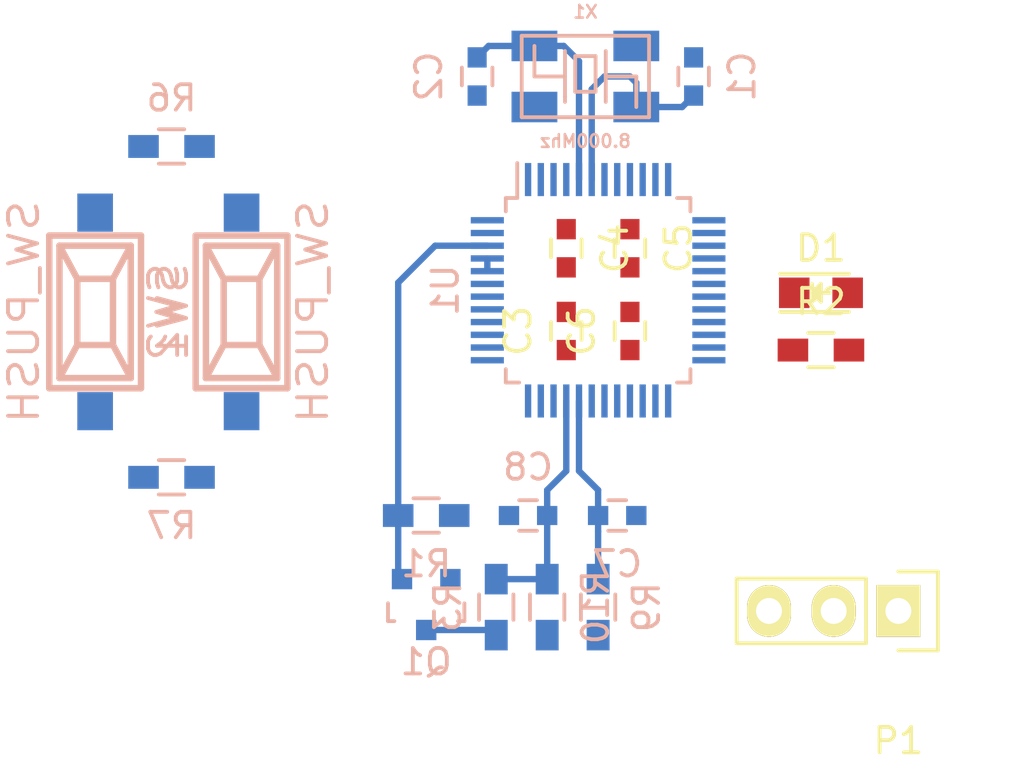
<source format=kicad_pcb>
(kicad_pcb (version 4) (host pcbnew 4.0.4-stable)

  (general
    (links 50)
    (no_connects 49)
    (area 129.12462 67.861982 169.573334 98.425)
    (thickness 1.6)
    (drawings 0)
    (tracks 30)
    (zones 0)
    (modules 22)
    (nets 15)
  )

  (page A4)
  (layers
    (0 F.Cu signal)
    (31 B.Cu signal)
    (32 B.Adhes user)
    (33 F.Adhes user)
    (34 B.Paste user)
    (35 F.Paste user)
    (36 B.SilkS user)
    (37 F.SilkS user)
    (38 B.Mask user)
    (39 F.Mask user)
    (40 Dwgs.User user)
    (41 Cmts.User user)
    (42 Eco1.User user)
    (43 Eco2.User user)
    (44 Edge.Cuts user)
    (45 Margin user)
    (46 B.CrtYd user)
    (47 F.CrtYd user)
    (48 B.Fab user)
    (49 F.Fab user)
  )

  (setup
    (last_trace_width 0.25)
    (trace_clearance 0.2)
    (zone_clearance 0.508)
    (zone_45_only no)
    (trace_min 0.2)
    (segment_width 0.2)
    (edge_width 0.15)
    (via_size 0.6)
    (via_drill 0.4)
    (via_min_size 0.4)
    (via_min_drill 0.3)
    (uvia_size 0.3)
    (uvia_drill 0.1)
    (uvias_allowed no)
    (uvia_min_size 0.2)
    (uvia_min_drill 0.1)
    (pcb_text_width 0.3)
    (pcb_text_size 1.5 1.5)
    (mod_edge_width 0.15)
    (mod_text_size 1 1)
    (mod_text_width 0.15)
    (pad_size 1.524 1.524)
    (pad_drill 0.762)
    (pad_to_mask_clearance 0.2)
    (aux_axis_origin 0 0)
    (visible_elements 7FFFFFFF)
    (pcbplotparams
      (layerselection 0x00030_80000001)
      (usegerberextensions false)
      (excludeedgelayer true)
      (linewidth 0.100000)
      (plotframeref false)
      (viasonmask false)
      (mode 1)
      (useauxorigin false)
      (hpglpennumber 1)
      (hpglpenspeed 20)
      (hpglpendiameter 15)
      (hpglpenoverlay 2)
      (psnegative false)
      (psa4output false)
      (plotreference true)
      (plotvalue true)
      (plotinvisibletext false)
      (padsonsilk false)
      (subtractmaskfromsilk false)
      (outputformat 1)
      (mirror false)
      (drillshape 1)
      (scaleselection 1)
      (outputdirectory ""))
  )

  (net 0 "")
  (net 1 /Maple_mini/OSC_OUT)
  (net 2 GND)
  (net 3 /Maple_mini/OSC_IN)
  (net 4 /Maple_mini/3V3)
  (net 5 "Net-(D1-Pad2)")
  (net 6 "Net-(D1-Pad1)")
  (net 7 /Maple_mini/TX1)
  (net 8 /Maple_mini/RX1)
  (net 9 "Net-(Q1-Pad3)")
  (net 10 /Maple_mini/DISC)
  (net 11 /Maple_mini/BOOT0)
  (net 12 "Net-(R7-Pad2)")
  (net 13 /Maple_mini/USBDP)
  (net 14 /Maple_mini/USBDM)

  (net_class Default "This is the default net class."
    (clearance 0.2)
    (trace_width 0.25)
    (via_dia 0.6)
    (via_drill 0.4)
    (uvia_dia 0.3)
    (uvia_drill 0.1)
    (add_net /Maple_mini/3V3)
    (add_net /Maple_mini/BOOT0)
    (add_net /Maple_mini/DISC)
    (add_net /Maple_mini/OSC_IN)
    (add_net /Maple_mini/OSC_OUT)
    (add_net /Maple_mini/RX1)
    (add_net /Maple_mini/TX1)
    (add_net /Maple_mini/USBDM)
    (add_net /Maple_mini/USBDP)
    (add_net GND)
    (add_net "Net-(D1-Pad1)")
    (add_net "Net-(D1-Pad2)")
    (add_net "Net-(Q1-Pad3)")
    (add_net "Net-(R7-Pad2)")
  )

  (module Capacitors_SMD:C_0603 (layer B.Cu) (tedit 5415D631) (tstamp 57F89F60)
    (at 156.5 71.25 90)
    (descr "Capacitor SMD 0603, reflow soldering, AVX (see smccp.pdf)")
    (tags "capacitor 0603")
    (path /57F84F92/57F85B9C)
    (attr smd)
    (fp_text reference C1 (at 0 1.9 90) (layer B.SilkS)
      (effects (font (size 1 1) (thickness 0.15)) (justify mirror))
    )
    (fp_text value 33pF (at 0 -1.9 90) (layer B.Fab)
      (effects (font (size 1 1) (thickness 0.15)) (justify mirror))
    )
    (fp_line (start -0.8 -0.4) (end -0.8 0.4) (layer B.Fab) (width 0.15))
    (fp_line (start 0.8 -0.4) (end -0.8 -0.4) (layer B.Fab) (width 0.15))
    (fp_line (start 0.8 0.4) (end 0.8 -0.4) (layer B.Fab) (width 0.15))
    (fp_line (start -0.8 0.4) (end 0.8 0.4) (layer B.Fab) (width 0.15))
    (fp_line (start -1.45 0.75) (end 1.45 0.75) (layer B.CrtYd) (width 0.05))
    (fp_line (start -1.45 -0.75) (end 1.45 -0.75) (layer B.CrtYd) (width 0.05))
    (fp_line (start -1.45 0.75) (end -1.45 -0.75) (layer B.CrtYd) (width 0.05))
    (fp_line (start 1.45 0.75) (end 1.45 -0.75) (layer B.CrtYd) (width 0.05))
    (fp_line (start -0.35 0.6) (end 0.35 0.6) (layer B.SilkS) (width 0.15))
    (fp_line (start 0.35 -0.6) (end -0.35 -0.6) (layer B.SilkS) (width 0.15))
    (pad 1 smd rect (at -0.75 0 90) (size 0.8 0.75) (layers B.Cu B.Paste B.Mask)
      (net 1 /Maple_mini/OSC_OUT))
    (pad 2 smd rect (at 0.75 0 90) (size 0.8 0.75) (layers B.Cu B.Paste B.Mask)
      (net 2 GND))
    (model Capacitors_SMD.3dshapes/C_0603.wrl
      (at (xyz 0 0 0))
      (scale (xyz 1 1 1))
      (rotate (xyz 0 0 0))
    )
  )

  (module Capacitors_SMD:C_0603 (layer B.Cu) (tedit 5415D631) (tstamp 57F89F66)
    (at 148 71.25 270)
    (descr "Capacitor SMD 0603, reflow soldering, AVX (see smccp.pdf)")
    (tags "capacitor 0603")
    (path /57F84F92/57F85C80)
    (attr smd)
    (fp_text reference C2 (at 0 1.9 270) (layer B.SilkS)
      (effects (font (size 1 1) (thickness 0.15)) (justify mirror))
    )
    (fp_text value 33pF (at 0 -1.9 270) (layer B.Fab)
      (effects (font (size 1 1) (thickness 0.15)) (justify mirror))
    )
    (fp_line (start -0.8 -0.4) (end -0.8 0.4) (layer B.Fab) (width 0.15))
    (fp_line (start 0.8 -0.4) (end -0.8 -0.4) (layer B.Fab) (width 0.15))
    (fp_line (start 0.8 0.4) (end 0.8 -0.4) (layer B.Fab) (width 0.15))
    (fp_line (start -0.8 0.4) (end 0.8 0.4) (layer B.Fab) (width 0.15))
    (fp_line (start -1.45 0.75) (end 1.45 0.75) (layer B.CrtYd) (width 0.05))
    (fp_line (start -1.45 -0.75) (end 1.45 -0.75) (layer B.CrtYd) (width 0.05))
    (fp_line (start -1.45 0.75) (end -1.45 -0.75) (layer B.CrtYd) (width 0.05))
    (fp_line (start 1.45 0.75) (end 1.45 -0.75) (layer B.CrtYd) (width 0.05))
    (fp_line (start -0.35 0.6) (end 0.35 0.6) (layer B.SilkS) (width 0.15))
    (fp_line (start 0.35 -0.6) (end -0.35 -0.6) (layer B.SilkS) (width 0.15))
    (pad 1 smd rect (at -0.75 0 270) (size 0.8 0.75) (layers B.Cu B.Paste B.Mask)
      (net 3 /Maple_mini/OSC_IN))
    (pad 2 smd rect (at 0.75 0 270) (size 0.8 0.75) (layers B.Cu B.Paste B.Mask)
      (net 2 GND))
    (model Capacitors_SMD.3dshapes/C_0603.wrl
      (at (xyz 0 0 0))
      (scale (xyz 1 1 1))
      (rotate (xyz 0 0 0))
    )
  )

  (module Capacitors_SMD:C_0603 (layer F.Cu) (tedit 5415D631) (tstamp 57F89F6C)
    (at 151.5 81.25 90)
    (descr "Capacitor SMD 0603, reflow soldering, AVX (see smccp.pdf)")
    (tags "capacitor 0603")
    (path /57F84F92/57F850C4)
    (attr smd)
    (fp_text reference C3 (at 0 -1.9 90) (layer F.SilkS)
      (effects (font (size 1 1) (thickness 0.15)))
    )
    (fp_text value 1uF (at 0 1.9 90) (layer F.Fab)
      (effects (font (size 1 1) (thickness 0.15)))
    )
    (fp_line (start -0.8 0.4) (end -0.8 -0.4) (layer F.Fab) (width 0.15))
    (fp_line (start 0.8 0.4) (end -0.8 0.4) (layer F.Fab) (width 0.15))
    (fp_line (start 0.8 -0.4) (end 0.8 0.4) (layer F.Fab) (width 0.15))
    (fp_line (start -0.8 -0.4) (end 0.8 -0.4) (layer F.Fab) (width 0.15))
    (fp_line (start -1.45 -0.75) (end 1.45 -0.75) (layer F.CrtYd) (width 0.05))
    (fp_line (start -1.45 0.75) (end 1.45 0.75) (layer F.CrtYd) (width 0.05))
    (fp_line (start -1.45 -0.75) (end -1.45 0.75) (layer F.CrtYd) (width 0.05))
    (fp_line (start 1.45 -0.75) (end 1.45 0.75) (layer F.CrtYd) (width 0.05))
    (fp_line (start -0.35 -0.6) (end 0.35 -0.6) (layer F.SilkS) (width 0.15))
    (fp_line (start 0.35 0.6) (end -0.35 0.6) (layer F.SilkS) (width 0.15))
    (pad 1 smd rect (at -0.75 0 90) (size 0.8 0.75) (layers F.Cu F.Paste F.Mask)
      (net 4 /Maple_mini/3V3))
    (pad 2 smd rect (at 0.75 0 90) (size 0.8 0.75) (layers F.Cu F.Paste F.Mask)
      (net 2 GND))
    (model Capacitors_SMD.3dshapes/C_0603.wrl
      (at (xyz 0 0 0))
      (scale (xyz 1 1 1))
      (rotate (xyz 0 0 0))
    )
  )

  (module Capacitors_SMD:C_0603 (layer F.Cu) (tedit 5415D631) (tstamp 57F89F72)
    (at 151.5 78 270)
    (descr "Capacitor SMD 0603, reflow soldering, AVX (see smccp.pdf)")
    (tags "capacitor 0603")
    (path /57F84F92/57F8AD4B)
    (attr smd)
    (fp_text reference C4 (at 0 -1.9 270) (layer F.SilkS)
      (effects (font (size 1 1) (thickness 0.15)))
    )
    (fp_text value 1uF (at 0 1.9 270) (layer F.Fab)
      (effects (font (size 1 1) (thickness 0.15)))
    )
    (fp_line (start -0.8 0.4) (end -0.8 -0.4) (layer F.Fab) (width 0.15))
    (fp_line (start 0.8 0.4) (end -0.8 0.4) (layer F.Fab) (width 0.15))
    (fp_line (start 0.8 -0.4) (end 0.8 0.4) (layer F.Fab) (width 0.15))
    (fp_line (start -0.8 -0.4) (end 0.8 -0.4) (layer F.Fab) (width 0.15))
    (fp_line (start -1.45 -0.75) (end 1.45 -0.75) (layer F.CrtYd) (width 0.05))
    (fp_line (start -1.45 0.75) (end 1.45 0.75) (layer F.CrtYd) (width 0.05))
    (fp_line (start -1.45 -0.75) (end -1.45 0.75) (layer F.CrtYd) (width 0.05))
    (fp_line (start 1.45 -0.75) (end 1.45 0.75) (layer F.CrtYd) (width 0.05))
    (fp_line (start -0.35 -0.6) (end 0.35 -0.6) (layer F.SilkS) (width 0.15))
    (fp_line (start 0.35 0.6) (end -0.35 0.6) (layer F.SilkS) (width 0.15))
    (pad 1 smd rect (at -0.75 0 270) (size 0.8 0.75) (layers F.Cu F.Paste F.Mask)
      (net 4 /Maple_mini/3V3))
    (pad 2 smd rect (at 0.75 0 270) (size 0.8 0.75) (layers F.Cu F.Paste F.Mask)
      (net 2 GND))
    (model Capacitors_SMD.3dshapes/C_0603.wrl
      (at (xyz 0 0 0))
      (scale (xyz 1 1 1))
      (rotate (xyz 0 0 0))
    )
  )

  (module Capacitors_SMD:C_0603 (layer F.Cu) (tedit 5415D631) (tstamp 57F89F78)
    (at 154 78 270)
    (descr "Capacitor SMD 0603, reflow soldering, AVX (see smccp.pdf)")
    (tags "capacitor 0603")
    (path /57F84F92/57F8ADAD)
    (attr smd)
    (fp_text reference C5 (at 0 -1.9 270) (layer F.SilkS)
      (effects (font (size 1 1) (thickness 0.15)))
    )
    (fp_text value 1uF (at 0 1.9 270) (layer F.Fab)
      (effects (font (size 1 1) (thickness 0.15)))
    )
    (fp_line (start -0.8 0.4) (end -0.8 -0.4) (layer F.Fab) (width 0.15))
    (fp_line (start 0.8 0.4) (end -0.8 0.4) (layer F.Fab) (width 0.15))
    (fp_line (start 0.8 -0.4) (end 0.8 0.4) (layer F.Fab) (width 0.15))
    (fp_line (start -0.8 -0.4) (end 0.8 -0.4) (layer F.Fab) (width 0.15))
    (fp_line (start -1.45 -0.75) (end 1.45 -0.75) (layer F.CrtYd) (width 0.05))
    (fp_line (start -1.45 0.75) (end 1.45 0.75) (layer F.CrtYd) (width 0.05))
    (fp_line (start -1.45 -0.75) (end -1.45 0.75) (layer F.CrtYd) (width 0.05))
    (fp_line (start 1.45 -0.75) (end 1.45 0.75) (layer F.CrtYd) (width 0.05))
    (fp_line (start -0.35 -0.6) (end 0.35 -0.6) (layer F.SilkS) (width 0.15))
    (fp_line (start 0.35 0.6) (end -0.35 0.6) (layer F.SilkS) (width 0.15))
    (pad 1 smd rect (at -0.75 0 270) (size 0.8 0.75) (layers F.Cu F.Paste F.Mask)
      (net 4 /Maple_mini/3V3))
    (pad 2 smd rect (at 0.75 0 270) (size 0.8 0.75) (layers F.Cu F.Paste F.Mask)
      (net 2 GND))
    (model Capacitors_SMD.3dshapes/C_0603.wrl
      (at (xyz 0 0 0))
      (scale (xyz 1 1 1))
      (rotate (xyz 0 0 0))
    )
  )

  (module Capacitors_SMD:C_0603 (layer F.Cu) (tedit 5415D631) (tstamp 57F89F7E)
    (at 154 81.25 90)
    (descr "Capacitor SMD 0603, reflow soldering, AVX (see smccp.pdf)")
    (tags "capacitor 0603")
    (path /57F84F92/57F8AE16)
    (attr smd)
    (fp_text reference C6 (at 0 -1.9 90) (layer F.SilkS)
      (effects (font (size 1 1) (thickness 0.15)))
    )
    (fp_text value 1uF (at 0 1.9 90) (layer F.Fab)
      (effects (font (size 1 1) (thickness 0.15)))
    )
    (fp_line (start -0.8 0.4) (end -0.8 -0.4) (layer F.Fab) (width 0.15))
    (fp_line (start 0.8 0.4) (end -0.8 0.4) (layer F.Fab) (width 0.15))
    (fp_line (start 0.8 -0.4) (end 0.8 0.4) (layer F.Fab) (width 0.15))
    (fp_line (start -0.8 -0.4) (end 0.8 -0.4) (layer F.Fab) (width 0.15))
    (fp_line (start -1.45 -0.75) (end 1.45 -0.75) (layer F.CrtYd) (width 0.05))
    (fp_line (start -1.45 0.75) (end 1.45 0.75) (layer F.CrtYd) (width 0.05))
    (fp_line (start -1.45 -0.75) (end -1.45 0.75) (layer F.CrtYd) (width 0.05))
    (fp_line (start 1.45 -0.75) (end 1.45 0.75) (layer F.CrtYd) (width 0.05))
    (fp_line (start -0.35 -0.6) (end 0.35 -0.6) (layer F.SilkS) (width 0.15))
    (fp_line (start 0.35 0.6) (end -0.35 0.6) (layer F.SilkS) (width 0.15))
    (pad 1 smd rect (at -0.75 0 90) (size 0.8 0.75) (layers F.Cu F.Paste F.Mask)
      (net 4 /Maple_mini/3V3))
    (pad 2 smd rect (at 0.75 0 90) (size 0.8 0.75) (layers F.Cu F.Paste F.Mask)
      (net 2 GND))
    (model Capacitors_SMD.3dshapes/C_0603.wrl
      (at (xyz 0 0 0))
      (scale (xyz 1 1 1))
      (rotate (xyz 0 0 0))
    )
  )

  (module LEDs:LED_0805 (layer F.Cu) (tedit 55BDE1C2) (tstamp 57F89F84)
    (at 161.5 79.75)
    (descr "LED 0805 smd package")
    (tags "LED 0805 SMD")
    (path /57F84F92/57F89810)
    (attr smd)
    (fp_text reference D1 (at 0 -1.75) (layer F.SilkS)
      (effects (font (size 1 1) (thickness 0.15)))
    )
    (fp_text value LED (at 0 1.75) (layer F.Fab)
      (effects (font (size 1 1) (thickness 0.15)))
    )
    (fp_line (start -0.4 -0.3) (end -0.4 0.3) (layer F.Fab) (width 0.15))
    (fp_line (start -0.3 0) (end 0 -0.3) (layer F.Fab) (width 0.15))
    (fp_line (start 0 0.3) (end -0.3 0) (layer F.Fab) (width 0.15))
    (fp_line (start 0 -0.3) (end 0 0.3) (layer F.Fab) (width 0.15))
    (fp_line (start 1 -0.6) (end -1 -0.6) (layer F.Fab) (width 0.15))
    (fp_line (start 1 0.6) (end 1 -0.6) (layer F.Fab) (width 0.15))
    (fp_line (start -1 0.6) (end 1 0.6) (layer F.Fab) (width 0.15))
    (fp_line (start -1 -0.6) (end -1 0.6) (layer F.Fab) (width 0.15))
    (fp_line (start -1.6 0.75) (end 1.1 0.75) (layer F.SilkS) (width 0.15))
    (fp_line (start -1.6 -0.75) (end 1.1 -0.75) (layer F.SilkS) (width 0.15))
    (fp_line (start -0.1 0.15) (end -0.1 -0.1) (layer F.SilkS) (width 0.15))
    (fp_line (start -0.1 -0.1) (end -0.25 0.05) (layer F.SilkS) (width 0.15))
    (fp_line (start -0.35 -0.35) (end -0.35 0.35) (layer F.SilkS) (width 0.15))
    (fp_line (start 0 0) (end 0.35 0) (layer F.SilkS) (width 0.15))
    (fp_line (start -0.35 0) (end 0 -0.35) (layer F.SilkS) (width 0.15))
    (fp_line (start 0 -0.35) (end 0 0.35) (layer F.SilkS) (width 0.15))
    (fp_line (start 0 0.35) (end -0.35 0) (layer F.SilkS) (width 0.15))
    (fp_line (start 1.9 -0.95) (end 1.9 0.95) (layer F.CrtYd) (width 0.05))
    (fp_line (start 1.9 0.95) (end -1.9 0.95) (layer F.CrtYd) (width 0.05))
    (fp_line (start -1.9 0.95) (end -1.9 -0.95) (layer F.CrtYd) (width 0.05))
    (fp_line (start -1.9 -0.95) (end 1.9 -0.95) (layer F.CrtYd) (width 0.05))
    (pad 2 smd rect (at 1.04902 0 180) (size 1.19888 1.19888) (layers F.Cu F.Paste F.Mask)
      (net 5 "Net-(D1-Pad2)"))
    (pad 1 smd rect (at -1.04902 0 180) (size 1.19888 1.19888) (layers F.Cu F.Paste F.Mask)
      (net 6 "Net-(D1-Pad1)"))
    (model LEDs.3dshapes/LED_0805.wrl
      (at (xyz 0 0 0))
      (scale (xyz 1 1 1))
      (rotate (xyz 0 0 0))
    )
  )

  (module Socket_Strips:Socket_Strip_Straight_1x03 (layer F.Cu) (tedit 54E9F429) (tstamp 57F89F8B)
    (at 164.54 92.25 180)
    (descr "Through hole socket strip")
    (tags "socket strip")
    (path /57F84F92/57F91EB4)
    (fp_text reference P1 (at 0 -5.1 180) (layer F.SilkS)
      (effects (font (size 1 1) (thickness 0.15)))
    )
    (fp_text value CONN_01X03 (at 0 -3.1 180) (layer F.Fab)
      (effects (font (size 1 1) (thickness 0.15)))
    )
    (fp_line (start 0 -1.55) (end -1.55 -1.55) (layer F.SilkS) (width 0.15))
    (fp_line (start -1.55 -1.55) (end -1.55 1.55) (layer F.SilkS) (width 0.15))
    (fp_line (start -1.55 1.55) (end 0 1.55) (layer F.SilkS) (width 0.15))
    (fp_line (start -1.75 -1.75) (end -1.75 1.75) (layer F.CrtYd) (width 0.05))
    (fp_line (start 6.85 -1.75) (end 6.85 1.75) (layer F.CrtYd) (width 0.05))
    (fp_line (start -1.75 -1.75) (end 6.85 -1.75) (layer F.CrtYd) (width 0.05))
    (fp_line (start -1.75 1.75) (end 6.85 1.75) (layer F.CrtYd) (width 0.05))
    (fp_line (start 1.27 -1.27) (end 6.35 -1.27) (layer F.SilkS) (width 0.15))
    (fp_line (start 6.35 -1.27) (end 6.35 1.27) (layer F.SilkS) (width 0.15))
    (fp_line (start 6.35 1.27) (end 1.27 1.27) (layer F.SilkS) (width 0.15))
    (fp_line (start 1.27 1.27) (end 1.27 -1.27) (layer F.SilkS) (width 0.15))
    (pad 1 thru_hole rect (at 0 0 180) (size 1.7272 2.032) (drill 1.016) (layers *.Cu *.Mask F.SilkS)
      (net 2 GND))
    (pad 2 thru_hole oval (at 2.54 0 180) (size 1.7272 2.032) (drill 1.016) (layers *.Cu *.Mask F.SilkS)
      (net 7 /Maple_mini/TX1))
    (pad 3 thru_hole oval (at 5.08 0 180) (size 1.7272 2.032) (drill 1.016) (layers *.Cu *.Mask F.SilkS)
      (net 8 /Maple_mini/RX1))
    (model Socket_Strips.3dshapes/Socket_Strip_Straight_1x03.wrl
      (at (xyz 0.1 0 0))
      (scale (xyz 1 1 1))
      (rotate (xyz 0 0 180))
    )
  )

  (module TO_SOT_Packages_SMD:SOT-23 (layer B.Cu) (tedit 553634F8) (tstamp 57F89F92)
    (at 146 92)
    (descr "SOT-23, Standard")
    (tags SOT-23)
    (path /57F84F92/581E45C1)
    (attr smd)
    (fp_text reference Q1 (at 0 2.25) (layer B.SilkS)
      (effects (font (size 1 1) (thickness 0.15)) (justify mirror))
    )
    (fp_text value BSS84 (at 0 -2.3) (layer B.Fab)
      (effects (font (size 1 1) (thickness 0.15)) (justify mirror))
    )
    (fp_line (start -1.65 1.6) (end 1.65 1.6) (layer B.CrtYd) (width 0.05))
    (fp_line (start 1.65 1.6) (end 1.65 -1.6) (layer B.CrtYd) (width 0.05))
    (fp_line (start 1.65 -1.6) (end -1.65 -1.6) (layer B.CrtYd) (width 0.05))
    (fp_line (start -1.65 -1.6) (end -1.65 1.6) (layer B.CrtYd) (width 0.05))
    (fp_line (start 1.29916 0.65024) (end 1.2509 0.65024) (layer B.SilkS) (width 0.15))
    (fp_line (start -1.49982 -0.0508) (end -1.49982 0.65024) (layer B.SilkS) (width 0.15))
    (fp_line (start -1.49982 0.65024) (end -1.2509 0.65024) (layer B.SilkS) (width 0.15))
    (fp_line (start 1.29916 0.65024) (end 1.49982 0.65024) (layer B.SilkS) (width 0.15))
    (fp_line (start 1.49982 0.65024) (end 1.49982 -0.0508) (layer B.SilkS) (width 0.15))
    (pad 1 smd rect (at -0.95 -1.00076) (size 0.8001 0.8001) (layers B.Cu B.Paste B.Mask)
      (net 10 /Maple_mini/DISC))
    (pad 2 smd rect (at 0.95 -1.00076) (size 0.8001 0.8001) (layers B.Cu B.Paste B.Mask)
      (net 4 /Maple_mini/3V3))
    (pad 3 smd rect (at 0 0.99822) (size 0.8001 0.8001) (layers B.Cu B.Paste B.Mask)
      (net 9 "Net-(Q1-Pad3)"))
    (model TO_SOT_Packages_SMD.3dshapes/SOT-23.wrl
      (at (xyz 0 0 0))
      (scale (xyz 1 1 1))
      (rotate (xyz 0 0 0))
    )
  )

  (module Resistors_SMD:R_0603_HandSoldering (layer B.Cu) (tedit 5418A00F) (tstamp 57F89F9F)
    (at 146 88.5)
    (descr "Resistor SMD 0603, hand soldering")
    (tags "resistor 0603")
    (path /57F84F92/581E569D)
    (attr smd)
    (fp_text reference R1 (at 0 1.9) (layer B.SilkS)
      (effects (font (size 1 1) (thickness 0.15)) (justify mirror))
    )
    (fp_text value 10k (at 0 -1.9) (layer B.Fab)
      (effects (font (size 1 1) (thickness 0.15)) (justify mirror))
    )
    (fp_line (start -2 0.8) (end 2 0.8) (layer B.CrtYd) (width 0.05))
    (fp_line (start -2 -0.8) (end 2 -0.8) (layer B.CrtYd) (width 0.05))
    (fp_line (start -2 0.8) (end -2 -0.8) (layer B.CrtYd) (width 0.05))
    (fp_line (start 2 0.8) (end 2 -0.8) (layer B.CrtYd) (width 0.05))
    (fp_line (start 0.5 -0.675) (end -0.5 -0.675) (layer B.SilkS) (width 0.15))
    (fp_line (start -0.5 0.675) (end 0.5 0.675) (layer B.SilkS) (width 0.15))
    (pad 1 smd rect (at -1.1 0) (size 1.2 0.9) (layers B.Cu B.Paste B.Mask)
      (net 10 /Maple_mini/DISC))
    (pad 2 smd rect (at 1.1 0) (size 1.2 0.9) (layers B.Cu B.Paste B.Mask)
      (net 4 /Maple_mini/3V3))
    (model Resistors_SMD.3dshapes/R_0603_HandSoldering.wrl
      (at (xyz 0 0 0))
      (scale (xyz 1 1 1))
      (rotate (xyz 0 0 0))
    )
  )

  (module Resistors_SMD:R_0603_HandSoldering (layer F.Cu) (tedit 5418A00F) (tstamp 57F89FA5)
    (at 161.5 82)
    (descr "Resistor SMD 0603, hand soldering")
    (tags "resistor 0603")
    (path /57F84F92/57F89CFC)
    (attr smd)
    (fp_text reference R2 (at 0 -1.9) (layer F.SilkS)
      (effects (font (size 1 1) (thickness 0.15)))
    )
    (fp_text value 330 (at 0 1.9) (layer F.Fab)
      (effects (font (size 1 1) (thickness 0.15)))
    )
    (fp_line (start -2 -0.8) (end 2 -0.8) (layer F.CrtYd) (width 0.05))
    (fp_line (start -2 0.8) (end 2 0.8) (layer F.CrtYd) (width 0.05))
    (fp_line (start -2 -0.8) (end -2 0.8) (layer F.CrtYd) (width 0.05))
    (fp_line (start 2 -0.8) (end 2 0.8) (layer F.CrtYd) (width 0.05))
    (fp_line (start 0.5 0.675) (end -0.5 0.675) (layer F.SilkS) (width 0.15))
    (fp_line (start -0.5 -0.675) (end 0.5 -0.675) (layer F.SilkS) (width 0.15))
    (pad 1 smd rect (at -1.1 0) (size 1.2 0.9) (layers F.Cu F.Paste F.Mask)
      (net 6 "Net-(D1-Pad1)"))
    (pad 2 smd rect (at 1.1 0) (size 1.2 0.9) (layers F.Cu F.Paste F.Mask)
      (net 2 GND))
    (model Resistors_SMD.3dshapes/R_0603_HandSoldering.wrl
      (at (xyz 0 0 0))
      (scale (xyz 1 1 1))
      (rotate (xyz 0 0 0))
    )
  )

  (module Resistors_SMD:R_0603_HandSoldering (layer B.Cu) (tedit 5418A00F) (tstamp 57F89FAB)
    (at 148.75 92.1 270)
    (descr "Resistor SMD 0603, hand soldering")
    (tags "resistor 0603")
    (path /57F84F92/581E419A)
    (attr smd)
    (fp_text reference R3 (at 0 1.9 270) (layer B.SilkS)
      (effects (font (size 1 1) (thickness 0.15)) (justify mirror))
    )
    (fp_text value 1.5k (at 0 -1.9 270) (layer B.Fab)
      (effects (font (size 1 1) (thickness 0.15)) (justify mirror))
    )
    (fp_line (start -2 0.8) (end 2 0.8) (layer B.CrtYd) (width 0.05))
    (fp_line (start -2 -0.8) (end 2 -0.8) (layer B.CrtYd) (width 0.05))
    (fp_line (start -2 0.8) (end -2 -0.8) (layer B.CrtYd) (width 0.05))
    (fp_line (start 2 0.8) (end 2 -0.8) (layer B.CrtYd) (width 0.05))
    (fp_line (start 0.5 -0.675) (end -0.5 -0.675) (layer B.SilkS) (width 0.15))
    (fp_line (start -0.5 0.675) (end 0.5 0.675) (layer B.SilkS) (width 0.15))
    (pad 1 smd rect (at -1.1 0 270) (size 1.2 0.9) (layers B.Cu B.Paste B.Mask)
      (net 13 /Maple_mini/USBDP))
    (pad 2 smd rect (at 1.1 0 270) (size 1.2 0.9) (layers B.Cu B.Paste B.Mask)
      (net 9 "Net-(Q1-Pad3)"))
    (model Resistors_SMD.3dshapes/R_0603_HandSoldering.wrl
      (at (xyz 0 0 0))
      (scale (xyz 1 1 1))
      (rotate (xyz 0 0 0))
    )
  )

  (module Resistors_SMD:R_0603_HandSoldering (layer B.Cu) (tedit 5418A00F) (tstamp 57F89FBD)
    (at 136 74 180)
    (descr "Resistor SMD 0603, hand soldering")
    (tags "resistor 0603")
    (path /57F84F92/57F86EBF)
    (attr smd)
    (fp_text reference R6 (at 0 1.9 180) (layer B.SilkS)
      (effects (font (size 1 1) (thickness 0.15)) (justify mirror))
    )
    (fp_text value 10k (at 0 -1.9 180) (layer B.Fab)
      (effects (font (size 1 1) (thickness 0.15)) (justify mirror))
    )
    (fp_line (start -2 0.8) (end 2 0.8) (layer B.CrtYd) (width 0.05))
    (fp_line (start -2 -0.8) (end 2 -0.8) (layer B.CrtYd) (width 0.05))
    (fp_line (start -2 0.8) (end -2 -0.8) (layer B.CrtYd) (width 0.05))
    (fp_line (start 2 0.8) (end 2 -0.8) (layer B.CrtYd) (width 0.05))
    (fp_line (start 0.5 -0.675) (end -0.5 -0.675) (layer B.SilkS) (width 0.15))
    (fp_line (start -0.5 0.675) (end 0.5 0.675) (layer B.SilkS) (width 0.15))
    (pad 1 smd rect (at -1.1 0 180) (size 1.2 0.9) (layers B.Cu B.Paste B.Mask)
      (net 2 GND))
    (pad 2 smd rect (at 1.1 0 180) (size 1.2 0.9) (layers B.Cu B.Paste B.Mask)
      (net 11 /Maple_mini/BOOT0))
    (model Resistors_SMD.3dshapes/R_0603_HandSoldering.wrl
      (at (xyz 0 0 0))
      (scale (xyz 1 1 1))
      (rotate (xyz 0 0 0))
    )
  )

  (module Resistors_SMD:R_0603_HandSoldering (layer B.Cu) (tedit 5418A00F) (tstamp 57F89FC3)
    (at 136 87)
    (descr "Resistor SMD 0603, hand soldering")
    (tags "resistor 0603")
    (path /57F84F92/57F9AFF7)
    (attr smd)
    (fp_text reference R7 (at 0 1.9) (layer B.SilkS)
      (effects (font (size 1 1) (thickness 0.15)) (justify mirror))
    )
    (fp_text value 10k (at 0 -1.9) (layer B.Fab)
      (effects (font (size 1 1) (thickness 0.15)) (justify mirror))
    )
    (fp_line (start -2 0.8) (end 2 0.8) (layer B.CrtYd) (width 0.05))
    (fp_line (start -2 -0.8) (end 2 -0.8) (layer B.CrtYd) (width 0.05))
    (fp_line (start -2 0.8) (end -2 -0.8) (layer B.CrtYd) (width 0.05))
    (fp_line (start 2 0.8) (end 2 -0.8) (layer B.CrtYd) (width 0.05))
    (fp_line (start 0.5 -0.675) (end -0.5 -0.675) (layer B.SilkS) (width 0.15))
    (fp_line (start -0.5 0.675) (end 0.5 0.675) (layer B.SilkS) (width 0.15))
    (pad 1 smd rect (at -1.1 0) (size 1.2 0.9) (layers B.Cu B.Paste B.Mask)
      (net 4 /Maple_mini/3V3))
    (pad 2 smd rect (at 1.1 0) (size 1.2 0.9) (layers B.Cu B.Paste B.Mask)
      (net 12 "Net-(R7-Pad2)"))
    (model Resistors_SMD.3dshapes/R_0603_HandSoldering.wrl
      (at (xyz 0 0 0))
      (scale (xyz 1 1 1))
      (rotate (xyz 0 0 0))
    )
  )

  (module Resistors_SMD:R_0603_HandSoldering (layer B.Cu) (tedit 5418A00F) (tstamp 57F89FCF)
    (at 152.75 92.1 90)
    (descr "Resistor SMD 0603, hand soldering")
    (tags "resistor 0603")
    (path /57F84F92/57F8C49D)
    (attr smd)
    (fp_text reference R9 (at 0 1.9 90) (layer B.SilkS)
      (effects (font (size 1 1) (thickness 0.15)) (justify mirror))
    )
    (fp_text value 22 (at 0 -1.9 90) (layer B.Fab)
      (effects (font (size 1 1) (thickness 0.15)) (justify mirror))
    )
    (fp_line (start -2 0.8) (end 2 0.8) (layer B.CrtYd) (width 0.05))
    (fp_line (start -2 -0.8) (end 2 -0.8) (layer B.CrtYd) (width 0.05))
    (fp_line (start -2 0.8) (end -2 -0.8) (layer B.CrtYd) (width 0.05))
    (fp_line (start 2 0.8) (end 2 -0.8) (layer B.CrtYd) (width 0.05))
    (fp_line (start 0.5 -0.675) (end -0.5 -0.675) (layer B.SilkS) (width 0.15))
    (fp_line (start -0.5 0.675) (end 0.5 0.675) (layer B.SilkS) (width 0.15))
    (pad 1 smd rect (at -1.1 0 90) (size 1.2 0.9) (layers B.Cu B.Paste B.Mask))
    (pad 2 smd rect (at 1.1 0 90) (size 1.2 0.9) (layers B.Cu B.Paste B.Mask)
      (net 14 /Maple_mini/USBDM))
    (model Resistors_SMD.3dshapes/R_0603_HandSoldering.wrl
      (at (xyz 0 0 0))
      (scale (xyz 1 1 1))
      (rotate (xyz 0 0 0))
    )
  )

  (module Resistors_SMD:R_0603_HandSoldering (layer B.Cu) (tedit 5418A00F) (tstamp 57F89FD5)
    (at 150.75 92.1 90)
    (descr "Resistor SMD 0603, hand soldering")
    (tags "resistor 0603")
    (path /57F84F92/57F9A763)
    (attr smd)
    (fp_text reference R10 (at 0 1.9 90) (layer B.SilkS)
      (effects (font (size 1 1) (thickness 0.15)) (justify mirror))
    )
    (fp_text value 22 (at 0 -1.9 90) (layer B.Fab)
      (effects (font (size 1 1) (thickness 0.15)) (justify mirror))
    )
    (fp_line (start -2 0.8) (end 2 0.8) (layer B.CrtYd) (width 0.05))
    (fp_line (start -2 -0.8) (end 2 -0.8) (layer B.CrtYd) (width 0.05))
    (fp_line (start -2 0.8) (end -2 -0.8) (layer B.CrtYd) (width 0.05))
    (fp_line (start 2 0.8) (end 2 -0.8) (layer B.CrtYd) (width 0.05))
    (fp_line (start 0.5 -0.675) (end -0.5 -0.675) (layer B.SilkS) (width 0.15))
    (fp_line (start -0.5 0.675) (end 0.5 0.675) (layer B.SilkS) (width 0.15))
    (pad 1 smd rect (at -1.1 0 90) (size 1.2 0.9) (layers B.Cu B.Paste B.Mask))
    (pad 2 smd rect (at 1.1 0 90) (size 1.2 0.9) (layers B.Cu B.Paste B.Mask)
      (net 13 /Maple_mini/USBDP))
    (model Resistors_SMD.3dshapes/R_0603_HandSoldering.wrl
      (at (xyz 0 0 0))
      (scale (xyz 1 1 1))
      (rotate (xyz 0 0 0))
    )
  )

  (module KiCad_Footprint:smd_push (layer B.Cu) (tedit 57B15514) (tstamp 57F89FEB)
    (at 138.75 80.5 270)
    (descr "SMD Pushbutton")
    (path /57F84F92/57F87E6A)
    (autoplace_cost180 10)
    (fp_text reference SW1 (at 0 2.70002 270) (layer B.SilkS)
      (effects (font (size 1.143 1.27) (thickness 0.1524)) (justify mirror))
    )
    (fp_text value SW_PUSH (at 0 -2.79908 270) (layer B.SilkS)
      (effects (font (size 1.143 1.27) (thickness 0.1524)) (justify mirror))
    )
    (fp_line (start 1.30048 0.70104) (end 2.60096 1.39954) (layer B.SilkS) (width 0.254))
    (fp_line (start 1.30048 -0.70104) (end 2.60096 -1.39954) (layer B.SilkS) (width 0.254))
    (fp_line (start -1.30048 -0.70104) (end -2.60096 -1.39954) (layer B.SilkS) (width 0.254))
    (fp_line (start -2.60096 1.39954) (end -1.30048 0.70104) (layer B.SilkS) (width 0.254))
    (fp_line (start -2.60096 1.39954) (end 2.60096 1.39954) (layer B.SilkS) (width 0.254))
    (fp_line (start 2.60096 1.39954) (end 2.60096 -1.39954) (layer B.SilkS) (width 0.254))
    (fp_line (start 2.60096 -1.39954) (end -2.60096 -1.39954) (layer B.SilkS) (width 0.254))
    (fp_line (start -2.60096 -1.39954) (end -2.60096 1.39954) (layer B.SilkS) (width 0.254))
    (fp_line (start -1.30048 0.70104) (end 1.30048 0.70104) (layer B.SilkS) (width 0.254))
    (fp_line (start 1.30048 0.70104) (end 1.30048 -0.70104) (layer B.SilkS) (width 0.254))
    (fp_line (start 1.30048 -0.70104) (end -1.30048 -0.70104) (layer B.SilkS) (width 0.254))
    (fp_line (start -1.30048 -0.70104) (end -1.30048 0.70104) (layer B.SilkS) (width 0.254))
    (fp_line (start -2.99974 1.80086) (end 2.99974 1.80086) (layer B.SilkS) (width 0.254))
    (fp_line (start 2.99974 1.80086) (end 2.99974 -1.80086) (layer B.SilkS) (width 0.254))
    (fp_line (start 2.99974 -1.80086) (end -2.99974 -1.80086) (layer B.SilkS) (width 0.254))
    (fp_line (start -2.99974 -1.80086) (end -2.99974 1.80086) (layer B.SilkS) (width 0.254))
    (pad 1 smd rect (at -3.9 0 270) (size 1.5 1.4) (layers B.Cu B.Paste B.Mask)
      (net 2 GND))
    (pad 2 smd rect (at 3.9 0 270) (size 1.5 1.4) (layers B.Cu B.Paste B.Mask)
      (net 12 "Net-(R7-Pad2)"))
    (model walter/switch/smd_push.wrl
      (at (xyz 0 0 0))
      (scale (xyz 1 1 1))
      (rotate (xyz 0 0 0))
    )
  )

  (module KiCad_Footprint:smd_push (layer B.Cu) (tedit 57B15514) (tstamp 57F8A001)
    (at 133 80.5 90)
    (descr "SMD Pushbutton")
    (path /57F84F92/57F9B211)
    (autoplace_cost180 10)
    (fp_text reference SW2 (at 0 2.70002 90) (layer B.SilkS)
      (effects (font (size 1.143 1.27) (thickness 0.1524)) (justify mirror))
    )
    (fp_text value SW_PUSH (at 0 -2.79908 90) (layer B.SilkS)
      (effects (font (size 1.143 1.27) (thickness 0.1524)) (justify mirror))
    )
    (fp_line (start 1.30048 0.70104) (end 2.60096 1.39954) (layer B.SilkS) (width 0.254))
    (fp_line (start 1.30048 -0.70104) (end 2.60096 -1.39954) (layer B.SilkS) (width 0.254))
    (fp_line (start -1.30048 -0.70104) (end -2.60096 -1.39954) (layer B.SilkS) (width 0.254))
    (fp_line (start -2.60096 1.39954) (end -1.30048 0.70104) (layer B.SilkS) (width 0.254))
    (fp_line (start -2.60096 1.39954) (end 2.60096 1.39954) (layer B.SilkS) (width 0.254))
    (fp_line (start 2.60096 1.39954) (end 2.60096 -1.39954) (layer B.SilkS) (width 0.254))
    (fp_line (start 2.60096 -1.39954) (end -2.60096 -1.39954) (layer B.SilkS) (width 0.254))
    (fp_line (start -2.60096 -1.39954) (end -2.60096 1.39954) (layer B.SilkS) (width 0.254))
    (fp_line (start -1.30048 0.70104) (end 1.30048 0.70104) (layer B.SilkS) (width 0.254))
    (fp_line (start 1.30048 0.70104) (end 1.30048 -0.70104) (layer B.SilkS) (width 0.254))
    (fp_line (start 1.30048 -0.70104) (end -1.30048 -0.70104) (layer B.SilkS) (width 0.254))
    (fp_line (start -1.30048 -0.70104) (end -1.30048 0.70104) (layer B.SilkS) (width 0.254))
    (fp_line (start -2.99974 1.80086) (end 2.99974 1.80086) (layer B.SilkS) (width 0.254))
    (fp_line (start 2.99974 1.80086) (end 2.99974 -1.80086) (layer B.SilkS) (width 0.254))
    (fp_line (start 2.99974 -1.80086) (end -2.99974 -1.80086) (layer B.SilkS) (width 0.254))
    (fp_line (start -2.99974 -1.80086) (end -2.99974 1.80086) (layer B.SilkS) (width 0.254))
    (pad 1 smd rect (at -3.9 0 90) (size 1.5 1.4) (layers B.Cu B.Paste B.Mask)
      (net 4 /Maple_mini/3V3))
    (pad 2 smd rect (at 3.9 0 90) (size 1.5 1.4) (layers B.Cu B.Paste B.Mask)
      (net 11 /Maple_mini/BOOT0))
    (model walter/switch/smd_push.wrl
      (at (xyz 0 0 0))
      (scale (xyz 1 1 1))
      (rotate (xyz 0 0 0))
    )
  )

  (module Housings_QFP:LQFP-48_7x7mm_Pitch0.5mm (layer B.Cu) (tedit 54130A77) (tstamp 57F8A035)
    (at 152.75 79.65 270)
    (descr "48 LEAD LQFP 7x7mm (see MICREL LQFP7x7-48LD-PL-1.pdf)")
    (tags "QFP 0.5")
    (path /57F84F92/57F84F9B)
    (attr smd)
    (fp_text reference U1 (at 0 6 270) (layer B.SilkS)
      (effects (font (size 1 1) (thickness 0.15)) (justify mirror))
    )
    (fp_text value STM32F103CBT6 (at 0 -6 270) (layer B.Fab)
      (effects (font (size 1 1) (thickness 0.15)) (justify mirror))
    )
    (fp_text user %R (at 0 0 270) (layer B.Fab)
      (effects (font (size 1 1) (thickness 0.15)) (justify mirror))
    )
    (fp_line (start -2.5 3.5) (end 3.5 3.5) (layer B.Fab) (width 0.15))
    (fp_line (start 3.5 3.5) (end 3.5 -3.5) (layer B.Fab) (width 0.15))
    (fp_line (start 3.5 -3.5) (end -3.5 -3.5) (layer B.Fab) (width 0.15))
    (fp_line (start -3.5 -3.5) (end -3.5 2.5) (layer B.Fab) (width 0.15))
    (fp_line (start -3.5 2.5) (end -2.5 3.5) (layer B.Fab) (width 0.15))
    (fp_line (start -5.25 5.25) (end -5.25 -5.25) (layer B.CrtYd) (width 0.05))
    (fp_line (start 5.25 5.25) (end 5.25 -5.25) (layer B.CrtYd) (width 0.05))
    (fp_line (start -5.25 5.25) (end 5.25 5.25) (layer B.CrtYd) (width 0.05))
    (fp_line (start -5.25 -5.25) (end 5.25 -5.25) (layer B.CrtYd) (width 0.05))
    (fp_line (start -3.625 3.625) (end -3.625 3.175) (layer B.SilkS) (width 0.15))
    (fp_line (start 3.625 3.625) (end 3.625 3.1) (layer B.SilkS) (width 0.15))
    (fp_line (start 3.625 -3.625) (end 3.625 -3.1) (layer B.SilkS) (width 0.15))
    (fp_line (start -3.625 -3.625) (end -3.625 -3.1) (layer B.SilkS) (width 0.15))
    (fp_line (start -3.625 3.625) (end -3.1 3.625) (layer B.SilkS) (width 0.15))
    (fp_line (start -3.625 -3.625) (end -3.1 -3.625) (layer B.SilkS) (width 0.15))
    (fp_line (start 3.625 -3.625) (end 3.1 -3.625) (layer B.SilkS) (width 0.15))
    (fp_line (start 3.625 3.625) (end 3.1 3.625) (layer B.SilkS) (width 0.15))
    (fp_line (start -3.625 3.175) (end -5 3.175) (layer B.SilkS) (width 0.15))
    (pad 1 smd rect (at -4.35 2.75 270) (size 1.3 0.25) (layers B.Cu B.Paste B.Mask))
    (pad 2 smd rect (at -4.35 2.25 270) (size 1.3 0.25) (layers B.Cu B.Paste B.Mask))
    (pad 3 smd rect (at -4.35 1.75 270) (size 1.3 0.25) (layers B.Cu B.Paste B.Mask))
    (pad 4 smd rect (at -4.35 1.25 270) (size 1.3 0.25) (layers B.Cu B.Paste B.Mask))
    (pad 5 smd rect (at -4.35 0.75 270) (size 1.3 0.25) (layers B.Cu B.Paste B.Mask)
      (net 3 /Maple_mini/OSC_IN))
    (pad 6 smd rect (at -4.35 0.25 270) (size 1.3 0.25) (layers B.Cu B.Paste B.Mask)
      (net 1 /Maple_mini/OSC_OUT))
    (pad 7 smd rect (at -4.35 -0.25 270) (size 1.3 0.25) (layers B.Cu B.Paste B.Mask)
      (net 12 "Net-(R7-Pad2)"))
    (pad 8 smd rect (at -4.35 -0.75 270) (size 1.3 0.25) (layers B.Cu B.Paste B.Mask)
      (net 2 GND))
    (pad 9 smd rect (at -4.35 -1.25 270) (size 1.3 0.25) (layers B.Cu B.Paste B.Mask)
      (net 4 /Maple_mini/3V3))
    (pad 10 smd rect (at -4.35 -1.75 270) (size 1.3 0.25) (layers B.Cu B.Paste B.Mask))
    (pad 11 smd rect (at -4.35 -2.25 270) (size 1.3 0.25) (layers B.Cu B.Paste B.Mask))
    (pad 12 smd rect (at -4.35 -2.75 270) (size 1.3 0.25) (layers B.Cu B.Paste B.Mask))
    (pad 13 smd rect (at -2.75 -4.35 180) (size 1.3 0.25) (layers B.Cu B.Paste B.Mask))
    (pad 14 smd rect (at -2.25 -4.35 180) (size 1.3 0.25) (layers B.Cu B.Paste B.Mask))
    (pad 15 smd rect (at -1.75 -4.35 180) (size 1.3 0.25) (layers B.Cu B.Paste B.Mask))
    (pad 16 smd rect (at -1.25 -4.35 180) (size 1.3 0.25) (layers B.Cu B.Paste B.Mask))
    (pad 17 smd rect (at -0.75 -4.35 180) (size 1.3 0.25) (layers B.Cu B.Paste B.Mask))
    (pad 18 smd rect (at -0.25 -4.35 180) (size 1.3 0.25) (layers B.Cu B.Paste B.Mask))
    (pad 19 smd rect (at 0.25 -4.35 180) (size 1.3 0.25) (layers B.Cu B.Paste B.Mask)
      (net 5 "Net-(D1-Pad2)"))
    (pad 20 smd rect (at 0.75 -4.35 180) (size 1.3 0.25) (layers B.Cu B.Paste B.Mask)
      (net 2 GND))
    (pad 21 smd rect (at 1.25 -4.35 180) (size 1.3 0.25) (layers B.Cu B.Paste B.Mask))
    (pad 22 smd rect (at 1.75 -4.35 180) (size 1.3 0.25) (layers B.Cu B.Paste B.Mask))
    (pad 23 smd rect (at 2.25 -4.35 180) (size 1.3 0.25) (layers B.Cu B.Paste B.Mask)
      (net 2 GND))
    (pad 24 smd rect (at 2.75 -4.35 180) (size 1.3 0.25) (layers B.Cu B.Paste B.Mask)
      (net 4 /Maple_mini/3V3))
    (pad 25 smd rect (at 4.35 -2.75 270) (size 1.3 0.25) (layers B.Cu B.Paste B.Mask))
    (pad 26 smd rect (at 4.35 -2.25 270) (size 1.3 0.25) (layers B.Cu B.Paste B.Mask))
    (pad 27 smd rect (at 4.35 -1.75 270) (size 1.3 0.25) (layers B.Cu B.Paste B.Mask))
    (pad 28 smd rect (at 4.35 -1.25 270) (size 1.3 0.25) (layers B.Cu B.Paste B.Mask))
    (pad 29 smd rect (at 4.35 -0.75 270) (size 1.3 0.25) (layers B.Cu B.Paste B.Mask))
    (pad 30 smd rect (at 4.35 -0.25 270) (size 1.3 0.25) (layers B.Cu B.Paste B.Mask)
      (net 7 /Maple_mini/TX1))
    (pad 31 smd rect (at 4.35 0.25 270) (size 1.3 0.25) (layers B.Cu B.Paste B.Mask)
      (net 8 /Maple_mini/RX1))
    (pad 32 smd rect (at 4.35 0.75 270) (size 1.3 0.25) (layers B.Cu B.Paste B.Mask)
      (net 14 /Maple_mini/USBDM))
    (pad 33 smd rect (at 4.35 1.25 270) (size 1.3 0.25) (layers B.Cu B.Paste B.Mask)
      (net 13 /Maple_mini/USBDP))
    (pad 34 smd rect (at 4.35 1.75 270) (size 1.3 0.25) (layers B.Cu B.Paste B.Mask))
    (pad 35 smd rect (at 4.35 2.25 270) (size 1.3 0.25) (layers B.Cu B.Paste B.Mask)
      (net 2 GND))
    (pad 36 smd rect (at 4.35 2.75 270) (size 1.3 0.25) (layers B.Cu B.Paste B.Mask)
      (net 4 /Maple_mini/3V3))
    (pad 37 smd rect (at 2.75 4.35 180) (size 1.3 0.25) (layers B.Cu B.Paste B.Mask))
    (pad 38 smd rect (at 2.25 4.35 180) (size 1.3 0.25) (layers B.Cu B.Paste B.Mask))
    (pad 39 smd rect (at 1.75 4.35 180) (size 1.3 0.25) (layers B.Cu B.Paste B.Mask))
    (pad 40 smd rect (at 1.25 4.35 180) (size 1.3 0.25) (layers B.Cu B.Paste B.Mask))
    (pad 41 smd rect (at 0.75 4.35 180) (size 1.3 0.25) (layers B.Cu B.Paste B.Mask))
    (pad 42 smd rect (at 0.25 4.35 180) (size 1.3 0.25) (layers B.Cu B.Paste B.Mask))
    (pad 43 smd rect (at -0.25 4.35 180) (size 1.3 0.25) (layers B.Cu B.Paste B.Mask))
    (pad 44 smd rect (at -0.75 4.35 180) (size 1.3 0.25) (layers B.Cu B.Paste B.Mask)
      (net 11 /Maple_mini/BOOT0))
    (pad 45 smd rect (at -1.25 4.35 180) (size 1.3 0.25) (layers B.Cu B.Paste B.Mask)
      (net 11 /Maple_mini/BOOT0))
    (pad 46 smd rect (at -1.75 4.35 180) (size 1.3 0.25) (layers B.Cu B.Paste B.Mask)
      (net 10 /Maple_mini/DISC))
    (pad 47 smd rect (at -2.25 4.35 180) (size 1.3 0.25) (layers B.Cu B.Paste B.Mask)
      (net 2 GND))
    (pad 48 smd rect (at -2.75 4.35 180) (size 1.3 0.25) (layers B.Cu B.Paste B.Mask)
      (net 4 /Maple_mini/3V3))
    (model Housings_QFP.3dshapes/LQFP-48_7x7mm_Pitch0.5mm.wrl
      (at (xyz 0 0 0))
      (scale (xyz 1 1 1))
      (rotate (xyz 0 0 0))
    )
  )

  (module KiCad_Footprint:crystal_maple (layer B.Cu) (tedit 57B151DB) (tstamp 57F8A04E)
    (at 152.25 71.25 180)
    (descr "FA-128 ultra miniature size low profile SMD Crystal unit")
    (path /57F84F92/57F859FB)
    (fp_text reference X1 (at 0 2.54 180) (layer B.SilkS)
      (effects (font (size 0.49784 0.49784) (thickness 0.09906)) (justify mirror))
    )
    (fp_text value 8.000Mhz (at 0 -2.54 180) (layer B.SilkS)
      (effects (font (size 0.49784 0.49784) (thickness 0.09906)) (justify mirror))
    )
    (fp_line (start 0.8 0) (end 1.8 0) (layer B.SilkS) (width 0.15))
    (fp_line (start 1.8 0) (end 2 0) (layer B.SilkS) (width 0.15))
    (fp_line (start 2 0) (end 2 1.2) (layer B.SilkS) (width 0.15))
    (fp_line (start -0.8 0) (end -2 0) (layer B.SilkS) (width 0.15))
    (fp_line (start -2 0) (end -2 -1.2) (layer B.SilkS) (width 0.15))
    (fp_line (start 0.8 -0.8) (end 0.8 -1) (layer B.SilkS) (width 0.15))
    (fp_line (start -0.8 -0.8) (end -0.8 -1) (layer B.SilkS) (width 0.15))
    (fp_line (start 0.8 1) (end 0.8 -0.8) (layer B.SilkS) (width 0.15))
    (fp_line (start -0.8 1) (end -0.8 -0.8) (layer B.SilkS) (width 0.15))
    (fp_line (start -0.4 0.8) (end -0.4 -0.6) (layer B.SilkS) (width 0.15))
    (fp_line (start -0.4 -0.6) (end 0.4 -0.6) (layer B.SilkS) (width 0.15))
    (fp_line (start 0.4 -0.6) (end 0.4 0.8) (layer B.SilkS) (width 0.15))
    (fp_line (start 0.4 0.8) (end -0.4 0.8) (layer B.SilkS) (width 0.15))
    (fp_line (start -2.5 1.6) (end 2.5 1.6) (layer B.SilkS) (width 0.14986))
    (fp_line (start 2.5 1.6) (end 2.5 -1.6) (layer B.SilkS) (width 0.14986))
    (fp_line (start 2.5 -1.6) (end -2.5 -1.6) (layer B.SilkS) (width 0.14986))
    (fp_line (start -2.5 -1.6) (end -2.5 1.6) (layer B.SilkS) (width 0.14986))
    (pad 1 smd rect (at -2 -1.2 180) (size 1.8 1.2) (layers B.Cu B.Paste B.Mask)
      (net 1 /Maple_mini/OSC_OUT) (solder_mask_margin 0.06858))
    (pad 2 smd rect (at 2 1.2 180) (size 1.8 1.2) (layers B.Cu B.Paste B.Mask)
      (net 3 /Maple_mini/OSC_IN) (solder_mask_margin 0.06858))
    (pad 3 smd rect (at 2 -1.2 180) (size 1.8 1.2) (layers B.Cu B.Paste B.Mask)
      (net 2 GND))
    (pad 3 smd rect (at -2 1.2 180) (size 1.8 1.2) (layers B.Cu B.Paste B.Mask)
      (net 2 GND))
    (model walter/crystal/crystal_fa-128.wrl
      (at (xyz 0 0 0))
      (scale (xyz 1 1 1))
      (rotate (xyz 0 0 0))
    )
  )

  (module Capacitors_SMD:C_0603 (layer B.Cu) (tedit 5415D631) (tstamp 581E25C0)
    (at 153.5 88.5)
    (descr "Capacitor SMD 0603, reflow soldering, AVX (see smccp.pdf)")
    (tags "capacitor 0603")
    (path /57F84F92/581E3859)
    (attr smd)
    (fp_text reference C7 (at 0 1.9) (layer B.SilkS)
      (effects (font (size 1 1) (thickness 0.15)) (justify mirror))
    )
    (fp_text value 47pF (at 0 -1.9) (layer B.Fab)
      (effects (font (size 1 1) (thickness 0.15)) (justify mirror))
    )
    (fp_line (start -0.8 -0.4) (end -0.8 0.4) (layer B.Fab) (width 0.15))
    (fp_line (start 0.8 -0.4) (end -0.8 -0.4) (layer B.Fab) (width 0.15))
    (fp_line (start 0.8 0.4) (end 0.8 -0.4) (layer B.Fab) (width 0.15))
    (fp_line (start -0.8 0.4) (end 0.8 0.4) (layer B.Fab) (width 0.15))
    (fp_line (start -1.45 0.75) (end 1.45 0.75) (layer B.CrtYd) (width 0.05))
    (fp_line (start -1.45 -0.75) (end 1.45 -0.75) (layer B.CrtYd) (width 0.05))
    (fp_line (start -1.45 0.75) (end -1.45 -0.75) (layer B.CrtYd) (width 0.05))
    (fp_line (start 1.45 0.75) (end 1.45 -0.75) (layer B.CrtYd) (width 0.05))
    (fp_line (start -0.35 0.6) (end 0.35 0.6) (layer B.SilkS) (width 0.15))
    (fp_line (start 0.35 -0.6) (end -0.35 -0.6) (layer B.SilkS) (width 0.15))
    (pad 1 smd rect (at -0.75 0) (size 0.8 0.75) (layers B.Cu B.Paste B.Mask)
      (net 14 /Maple_mini/USBDM))
    (pad 2 smd rect (at 0.75 0) (size 0.8 0.75) (layers B.Cu B.Paste B.Mask)
      (net 2 GND))
    (model Capacitors_SMD.3dshapes/C_0603.wrl
      (at (xyz 0 0 0))
      (scale (xyz 1 1 1))
      (rotate (xyz 0 0 0))
    )
  )

  (module Capacitors_SMD:C_0603 (layer B.Cu) (tedit 5415D631) (tstamp 581E25D0)
    (at 150 88.5 180)
    (descr "Capacitor SMD 0603, reflow soldering, AVX (see smccp.pdf)")
    (tags "capacitor 0603")
    (path /57F84F92/581E3947)
    (attr smd)
    (fp_text reference C8 (at 0 1.9 180) (layer B.SilkS)
      (effects (font (size 1 1) (thickness 0.15)) (justify mirror))
    )
    (fp_text value 47pF (at 0 -1.9 180) (layer B.Fab)
      (effects (font (size 1 1) (thickness 0.15)) (justify mirror))
    )
    (fp_line (start -0.8 -0.4) (end -0.8 0.4) (layer B.Fab) (width 0.15))
    (fp_line (start 0.8 -0.4) (end -0.8 -0.4) (layer B.Fab) (width 0.15))
    (fp_line (start 0.8 0.4) (end 0.8 -0.4) (layer B.Fab) (width 0.15))
    (fp_line (start -0.8 0.4) (end 0.8 0.4) (layer B.Fab) (width 0.15))
    (fp_line (start -1.45 0.75) (end 1.45 0.75) (layer B.CrtYd) (width 0.05))
    (fp_line (start -1.45 -0.75) (end 1.45 -0.75) (layer B.CrtYd) (width 0.05))
    (fp_line (start -1.45 0.75) (end -1.45 -0.75) (layer B.CrtYd) (width 0.05))
    (fp_line (start 1.45 0.75) (end 1.45 -0.75) (layer B.CrtYd) (width 0.05))
    (fp_line (start -0.35 0.6) (end 0.35 0.6) (layer B.SilkS) (width 0.15))
    (fp_line (start 0.35 -0.6) (end -0.35 -0.6) (layer B.SilkS) (width 0.15))
    (pad 1 smd rect (at -0.75 0 180) (size 0.8 0.75) (layers B.Cu B.Paste B.Mask)
      (net 13 /Maple_mini/USBDP))
    (pad 2 smd rect (at 0.75 0 180) (size 0.8 0.75) (layers B.Cu B.Paste B.Mask)
      (net 2 GND))
    (model Capacitors_SMD.3dshapes/C_0603.wrl
      (at (xyz 0 0 0))
      (scale (xyz 1 1 1))
      (rotate (xyz 0 0 0))
    )
  )

  (segment (start 154.25 72.45) (end 156.05 72.45) (width 0.25) (layer B.Cu) (net 1))
  (segment (start 156.05 72.45) (end 156.5 72) (width 0.25) (layer B.Cu) (net 1))
  (segment (start 152.5 75.3) (end 152.5 71.75) (width 0.25) (layer B.Cu) (net 1))
  (segment (start 152.5 71.75) (end 153 71.25) (width 0.25) (layer B.Cu) (net 1))
  (segment (start 153 71.25) (end 154 71.25) (width 0.25) (layer B.Cu) (net 1))
  (segment (start 154 71.25) (end 154.25 71.5) (width 0.25) (layer B.Cu) (net 1))
  (segment (start 154.25 71.5) (end 154.25 72.45) (width 0.25) (layer B.Cu) (net 1))
  (segment (start 150.25 70.05) (end 148.45 70.05) (width 0.25) (layer B.Cu) (net 3))
  (segment (start 148.45 70.05) (end 148 70.5) (width 0.25) (layer B.Cu) (net 3))
  (segment (start 152 75.3) (end 152 70.65) (width 0.25) (layer B.Cu) (net 3))
  (segment (start 152 70.65) (end 151.4 70.05) (width 0.25) (layer B.Cu) (net 3))
  (segment (start 151.4 70.05) (end 150.25 70.05) (width 0.25) (layer B.Cu) (net 3))
  (segment (start 146 92.99822) (end 148.54822 92.99822) (width 0.25) (layer B.Cu) (net 9))
  (segment (start 148.54822 92.99822) (end 148.75 93.2) (width 0.25) (layer B.Cu) (net 9))
  (segment (start 144.9 88.5) (end 144.9 90.84924) (width 0.25) (layer B.Cu) (net 10))
  (segment (start 144.9 90.84924) (end 145.05 90.99924) (width 0.25) (layer B.Cu) (net 10))
  (segment (start 146.35 77.9) (end 144.9 79.35) (width 0.25) (layer B.Cu) (net 10))
  (segment (start 144.9 79.35) (end 144.9 88.5) (width 0.25) (layer B.Cu) (net 10))
  (segment (start 148.4 77.9) (end 146.35 77.9) (width 0.25) (layer B.Cu) (net 10))
  (segment (start 148.4 78.4) (end 148.4 78.9) (width 0.25) (layer B.Cu) (net 11))
  (segment (start 150.75 91) (end 148.75 91) (width 0.25) (layer B.Cu) (net 13))
  (segment (start 150.75 88.5) (end 150.75 91) (width 0.25) (layer B.Cu) (net 13))
  (segment (start 151.5 86.75) (end 150.75 87.5) (width 0.25) (layer B.Cu) (net 13))
  (segment (start 150.75 87.5) (end 150.75 88.5) (width 0.25) (layer B.Cu) (net 13))
  (segment (start 151.5 84) (end 151.5 86.75) (width 0.25) (layer B.Cu) (net 13))
  (segment (start 152.75 88.5) (end 152.75 89.125) (width 0.25) (layer B.Cu) (net 14))
  (segment (start 152.75 89.125) (end 152.75 91) (width 0.25) (layer B.Cu) (net 14))
  (segment (start 152.75 87.5) (end 152.75 88.5) (width 0.25) (layer B.Cu) (net 14))
  (segment (start 152 86.75) (end 152.75 87.5) (width 0.25) (layer B.Cu) (net 14))
  (segment (start 152 84) (end 152 86.75) (width 0.25) (layer B.Cu) (net 14))

)

</source>
